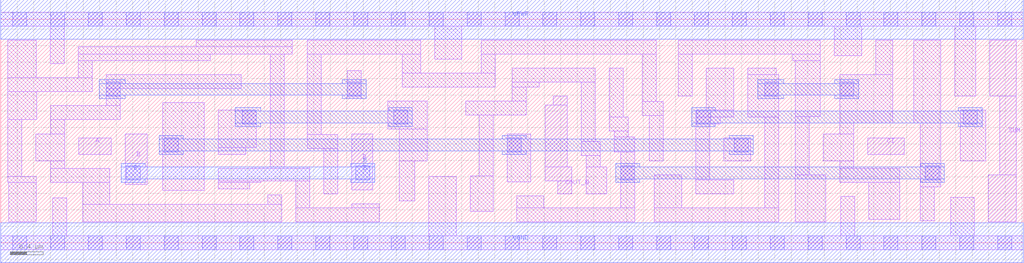
<source format=lef>
# Copyright 2020 The SkyWater PDK Authors
#
# Licensed under the Apache License, Version 2.0 (the "License");
# you may not use this file except in compliance with the License.
# You may obtain a copy of the License at
#
#     https://www.apache.org/licenses/LICENSE-2.0
#
# Unless required by applicable law or agreed to in writing, software
# distributed under the License is distributed on an "AS IS" BASIS,
# WITHOUT WARRANTIES OR CONDITIONS OF ANY KIND, either express or implied.
# See the License for the specific language governing permissions and
# limitations under the License.
#
# SPDX-License-Identifier: Apache-2.0

VERSION 5.7 ;
  NAMESCASESENSITIVE ON ;
  NOWIREEXTENSIONATPIN ON ;
  DIVIDERCHAR "/" ;
  BUSBITCHARS "[]" ;
UNITS
  DATABASE MICRONS 200 ;
END UNITS
MACRO sky130_fd_sc_hd__fahcon_1
  CLASS CORE ;
  SOURCE USER ;
  FOREIGN sky130_fd_sc_hd__fahcon_1 ;
  ORIGIN  0.000000  0.000000 ;
  SIZE  12.42000 BY  2.720000 ;
  SYMMETRY X Y R90 ;
  SITE unithd ;
  PIN A
    ANTENNAGATEAREA  0.247500 ;
    DIRECTION INPUT ;
    USE SIGNAL ;
    PORT
      LAYER li1 ;
        RECT 0.950000 1.075000 1.340000 1.275000 ;
    END
  END A
  PIN B
    ANTENNAGATEAREA  0.937500 ;
    DIRECTION INPUT ;
    USE SIGNAL ;
    PORT
      LAYER li1 ;
        RECT 1.510000 0.710000 1.780000 1.325000 ;
      LAYER mcon ;
        RECT 1.525000 0.765000 1.695000 0.935000 ;
    END
    PORT
      LAYER li1 ;
        RECT 4.265000 0.645000 4.515000 1.325000 ;
      LAYER mcon ;
        RECT 4.310000 0.765000 4.480000 0.935000 ;
    END
    PORT
      LAYER met1 ;
        RECT 1.465000 0.735000 1.755000 0.780000 ;
        RECT 1.465000 0.780000 4.540000 0.920000 ;
        RECT 1.465000 0.920000 1.755000 0.965000 ;
        RECT 4.250000 0.735000 4.540000 0.780000 ;
        RECT 4.250000 0.920000 4.540000 0.965000 ;
    END
  END B
  PIN CI
    ANTENNAGATEAREA  0.493500 ;
    DIRECTION INPUT ;
    USE SIGNAL ;
    PORT
      LAYER li1 ;
        RECT 10.530000 1.075000 10.975000 1.275000 ;
    END
  END CI
  PIN COUT_N
    ANTENNADIFFAREA  0.402800 ;
    DIRECTION OUTPUT ;
    USE SIGNAL ;
    PORT
      LAYER li1 ;
        RECT 6.610000 0.755000 6.935000 0.925000 ;
        RECT 6.610000 0.925000 6.880000 1.675000 ;
        RECT 6.710000 1.675000 6.880000 1.785000 ;
        RECT 6.765000 0.595000 6.935000 0.755000 ;
    END
  END COUT_N
  PIN SUM
    ANTENNADIFFAREA  0.463750 ;
    DIRECTION OUTPUT ;
    USE SIGNAL ;
    PORT
      LAYER li1 ;
        RECT 11.995000 0.255000 12.335000 0.825000 ;
        RECT 12.010000 1.785000 12.335000 2.465000 ;
        RECT 12.135000 0.825000 12.335000 1.785000 ;
    END
  END SUM
  PIN VGND
    DIRECTION INOUT ;
    SHAPE ABUTMENT ;
    USE GROUND ;
    PORT
      LAYER met1 ;
        RECT 0.000000 -0.240000 12.420000 0.240000 ;
    END
  END VGND
  PIN VPWR
    DIRECTION INOUT ;
    SHAPE ABUTMENT ;
    USE POWER ;
    PORT
      LAYER met1 ;
        RECT 0.000000 2.480000 12.420000 2.960000 ;
    END
  END VPWR
  OBS
    LAYER li1 ;
      RECT  0.000000 -0.085000 12.420000 0.085000 ;
      RECT  0.000000  2.635000 12.420000 2.805000 ;
      RECT  0.085000  0.735000  0.430000 0.805000 ;
      RECT  0.085000  0.805000  0.255000 1.500000 ;
      RECT  0.085000  1.500000  0.440000 1.840000 ;
      RECT  0.085000  1.840000  1.110000 2.010000 ;
      RECT  0.085000  2.010000  0.430000 2.465000 ;
      RECT  0.100000  0.255000  0.430000 0.735000 ;
      RECT  0.425000  0.995000  0.780000 1.325000 ;
      RECT  0.600000  2.180000  0.770000 2.635000 ;
      RECT  0.610000  0.735000  1.325000 0.905000 ;
      RECT  0.610000  0.905000  0.780000 0.995000 ;
      RECT  0.610000  1.325000  0.780000 1.500000 ;
      RECT  0.610000  1.500000  1.450000 1.670000 ;
      RECT  0.630000  0.085000  0.800000 0.545000 ;
      RECT  0.940000  2.010000  1.110000 2.215000 ;
      RECT  0.940000  2.215000  2.545000 2.295000 ;
      RECT  0.940000  2.295000  3.540000 2.385000 ;
      RECT  0.995000  0.255000  3.410000 0.465000 ;
      RECT  0.995000  0.465000  1.325000 0.735000 ;
      RECT  1.280000  1.670000  1.450000 1.875000 ;
      RECT  1.280000  1.875000  2.920000 2.045000 ;
      RECT  1.965000  0.635000  2.470000 1.705000 ;
      RECT  2.375000  2.385000  3.540000 2.465000 ;
      RECT  2.640000  0.655000  3.025000 0.735000 ;
      RECT  2.640000  0.735000  3.160000 0.755000 ;
      RECT  2.640000  0.755000  3.750000 0.905000 ;
      RECT  2.640000  1.075000  2.975000 1.160000 ;
      RECT  2.640000  1.160000  3.100000 1.615000 ;
      RECT  3.055000  0.905000  3.750000 0.925000 ;
      RECT  3.240000  0.465000  3.410000 0.585000 ;
      RECT  3.270000  0.925000  3.440000 2.295000 ;
      RECT  3.580000  0.255000  4.595000 0.425000 ;
      RECT  3.580000  0.425000  3.750000 0.755000 ;
      RECT  3.725000  1.150000  4.095000 1.320000 ;
      RECT  3.725000  1.320000  3.895000 2.295000 ;
      RECT  3.725000  2.295000  5.100000 2.465000 ;
      RECT  3.925000  0.595000  4.095000 1.150000 ;
      RECT  4.210000  1.755000  4.380000 2.095000 ;
      RECT  4.265000  0.425000  4.595000 0.475000 ;
      RECT  4.700000  1.385000  5.180000 1.725000 ;
      RECT  4.840000  0.510000  5.030000 0.995000 ;
      RECT  4.840000  0.995000  5.180000 1.385000 ;
      RECT  4.875000  1.895000  6.005000 2.065000 ;
      RECT  4.875000  2.065000  5.100000 2.295000 ;
      RECT  5.200000  0.085000  5.530000 0.805000 ;
      RECT  5.270000  2.235000  5.600000 2.635000 ;
      RECT  5.645000  1.555000  6.380000 1.725000 ;
      RECT  5.700000  0.380000  5.980000 0.815000 ;
      RECT  5.810000  0.815000  5.980000 1.555000 ;
      RECT  5.835000  2.065000  6.005000 2.295000 ;
      RECT  5.835000  2.295000  7.960000 2.465000 ;
      RECT  6.150000  0.740000  6.435000 1.325000 ;
      RECT  6.210000  1.725000  6.380000 1.895000 ;
      RECT  6.210000  1.895000  6.540000 1.955000 ;
      RECT  6.210000  1.955000  7.220000 2.125000 ;
      RECT  6.265000  0.255000  7.700000 0.425000 ;
      RECT  6.265000  0.425000  6.595000 0.570000 ;
      RECT  7.050000  1.060000  7.280000 1.230000 ;
      RECT  7.050000  1.230000  7.220000 1.955000 ;
      RECT  7.110000  0.595000  7.360000 0.925000 ;
      RECT  7.110000  0.925000  7.280000 1.060000 ;
      RECT  7.390000  1.360000  7.620000 1.530000 ;
      RECT  7.390000  1.530000  7.560000 2.125000 ;
      RECT  7.450000  1.105000  7.700000 1.290000 ;
      RECT  7.450000  1.290000  7.620000 1.360000 ;
      RECT  7.530000  0.425000  7.700000 1.105000 ;
      RECT  7.790000  1.550000  8.045000 1.720000 ;
      RECT  7.790000  1.720000  7.960000 2.295000 ;
      RECT  7.875000  0.995000  8.045000 1.550000 ;
      RECT  7.935000  0.255000  9.450000 0.425000 ;
      RECT  7.935000  0.425000  8.270000 0.825000 ;
      RECT  8.230000  1.785000  8.400000 2.295000 ;
      RECT  8.230000  2.295000  9.950000 2.465000 ;
      RECT  8.440000  0.595000  8.900000 0.765000 ;
      RECT  8.440000  0.765000  8.610000 1.445000 ;
      RECT  8.440000  1.445000  8.740000 1.530000 ;
      RECT  8.440000  1.530000  8.900000 1.615000 ;
      RECT  8.570000  1.615000  8.900000 2.125000 ;
      RECT  8.780000  0.995000  9.110000 1.275000 ;
      RECT  9.070000  1.530000  9.450000 2.045000 ;
      RECT  9.070000  2.045000  9.420000 2.125000 ;
      RECT  9.280000  0.425000  9.450000 1.530000 ;
      RECT  9.620000  2.215000  9.950000 2.295000 ;
      RECT  9.650000  0.255000 10.020000 0.825000 ;
      RECT  9.650000  0.825000  9.820000 1.535000 ;
      RECT  9.650000  1.535000  9.950000 2.215000 ;
      RECT  9.990000  0.995000 10.360000 1.325000 ;
      RECT 10.120000  2.275000 10.455000 2.635000 ;
      RECT 10.190000  0.735000 10.920000 0.905000 ;
      RECT 10.190000  0.905000 10.360000 0.995000 ;
      RECT 10.190000  1.325000 10.360000 1.455000 ;
      RECT 10.190000  1.455000 10.835000 2.045000 ;
      RECT 10.200000  0.085000 10.370000 0.565000 ;
      RECT 10.540000  0.285000 10.920000 0.735000 ;
      RECT 10.625000  2.045000 10.835000 2.465000 ;
      RECT 11.085000  1.455000 11.415000 2.465000 ;
      RECT 11.165000  0.270000 11.335000 0.680000 ;
      RECT 11.165000  0.680000 11.415000 1.455000 ;
      RECT 11.535000  0.085000 11.825000 0.555000 ;
      RECT 11.585000  1.785000 11.840000 2.635000 ;
      RECT 11.655000  0.995000 11.965000 1.615000 ;
    LAYER mcon ;
      RECT  0.145000 -0.085000  0.315000 0.085000 ;
      RECT  0.145000  2.635000  0.315000 2.805000 ;
      RECT  0.605000 -0.085000  0.775000 0.085000 ;
      RECT  0.605000  2.635000  0.775000 2.805000 ;
      RECT  1.065000 -0.085000  1.235000 0.085000 ;
      RECT  1.065000  2.635000  1.235000 2.805000 ;
      RECT  1.280000  1.785000  1.450000 1.955000 ;
      RECT  1.525000 -0.085000  1.695000 0.085000 ;
      RECT  1.525000  2.635000  1.695000 2.805000 ;
      RECT  1.985000 -0.085000  2.155000 0.085000 ;
      RECT  1.985000  1.105000  2.155000 1.275000 ;
      RECT  1.985000  2.635000  2.155000 2.805000 ;
      RECT  2.445000 -0.085000  2.615000 0.085000 ;
      RECT  2.445000  2.635000  2.615000 2.805000 ;
      RECT  2.905000 -0.085000  3.075000 0.085000 ;
      RECT  2.905000  2.635000  3.075000 2.805000 ;
      RECT  2.930000  1.445000  3.100000 1.615000 ;
      RECT  3.365000 -0.085000  3.535000 0.085000 ;
      RECT  3.365000  2.635000  3.535000 2.805000 ;
      RECT  3.825000 -0.085000  3.995000 0.085000 ;
      RECT  3.825000  2.635000  3.995000 2.805000 ;
      RECT  4.210000  1.785000  4.380000 1.955000 ;
      RECT  4.285000 -0.085000  4.455000 0.085000 ;
      RECT  4.285000  2.635000  4.455000 2.805000 ;
      RECT  4.745000 -0.085000  4.915000 0.085000 ;
      RECT  4.745000  2.635000  4.915000 2.805000 ;
      RECT  4.770000  1.445000  4.940000 1.615000 ;
      RECT  5.205000 -0.085000  5.375000 0.085000 ;
      RECT  5.205000  2.635000  5.375000 2.805000 ;
      RECT  5.665000 -0.085000  5.835000 0.085000 ;
      RECT  5.665000  2.635000  5.835000 2.805000 ;
      RECT  6.125000 -0.085000  6.295000 0.085000 ;
      RECT  6.125000  2.635000  6.295000 2.805000 ;
      RECT  6.150000  1.105000  6.320000 1.275000 ;
      RECT  6.585000 -0.085000  6.755000 0.085000 ;
      RECT  6.585000  2.635000  6.755000 2.805000 ;
      RECT  7.045000 -0.085000  7.215000 0.085000 ;
      RECT  7.045000  2.635000  7.215000 2.805000 ;
      RECT  7.505000 -0.085000  7.675000 0.085000 ;
      RECT  7.505000  2.635000  7.675000 2.805000 ;
      RECT  7.530000  0.765000  7.700000 0.935000 ;
      RECT  7.965000 -0.085000  8.135000 0.085000 ;
      RECT  7.965000  2.635000  8.135000 2.805000 ;
      RECT  8.425000 -0.085000  8.595000 0.085000 ;
      RECT  8.425000  2.635000  8.595000 2.805000 ;
      RECT  8.450000  1.445000  8.620000 1.615000 ;
      RECT  8.885000 -0.085000  9.055000 0.085000 ;
      RECT  8.885000  2.635000  9.055000 2.805000 ;
      RECT  8.910000  1.105000  9.080000 1.275000 ;
      RECT  9.280000  1.785000  9.450000 1.955000 ;
      RECT  9.345000 -0.085000  9.515000 0.085000 ;
      RECT  9.345000  2.635000  9.515000 2.805000 ;
      RECT  9.805000 -0.085000  9.975000 0.085000 ;
      RECT  9.805000  2.635000  9.975000 2.805000 ;
      RECT 10.190000  1.785000 10.360000 1.955000 ;
      RECT 10.265000 -0.085000 10.435000 0.085000 ;
      RECT 10.265000  2.635000 10.435000 2.805000 ;
      RECT 10.725000 -0.085000 10.895000 0.085000 ;
      RECT 10.725000  2.635000 10.895000 2.805000 ;
      RECT 11.185000 -0.085000 11.355000 0.085000 ;
      RECT 11.185000  2.635000 11.355000 2.805000 ;
      RECT 11.230000  0.765000 11.400000 0.935000 ;
      RECT 11.645000 -0.085000 11.815000 0.085000 ;
      RECT 11.645000  2.635000 11.815000 2.805000 ;
      RECT 11.690000  1.445000 11.860000 1.615000 ;
      RECT 12.105000 -0.085000 12.275000 0.085000 ;
      RECT 12.105000  2.635000 12.275000 2.805000 ;
    LAYER met1 ;
      RECT  1.195000 1.755000  1.510000 1.800000 ;
      RECT  1.195000 1.800000  4.440000 1.940000 ;
      RECT  1.195000 1.940000  1.510000 1.985000 ;
      RECT  1.925000 1.075000  2.215000 1.120000 ;
      RECT  1.925000 1.120000  9.140000 1.260000 ;
      RECT  1.925000 1.260000  2.215000 1.305000 ;
      RECT  2.845000 1.415000  3.160000 1.460000 ;
      RECT  2.845000 1.460000  5.000000 1.600000 ;
      RECT  2.845000 1.600000  3.160000 1.645000 ;
      RECT  4.150000 1.755000  4.440000 1.800000 ;
      RECT  4.150000 1.940000  4.440000 1.985000 ;
      RECT  4.710000 1.415000  5.000000 1.460000 ;
      RECT  4.710000 1.600000  5.000000 1.645000 ;
      RECT  6.090000 1.075000  6.380000 1.120000 ;
      RECT  6.090000 1.260000  6.380000 1.305000 ;
      RECT  7.470000 0.735000  7.760000 0.780000 ;
      RECT  7.470000 0.780000 11.460000 0.920000 ;
      RECT  7.470000 0.920000  7.760000 0.965000 ;
      RECT  8.390000 1.415000  8.680000 1.460000 ;
      RECT  8.390000 1.460000 11.920000 1.600000 ;
      RECT  8.390000 1.600000  8.680000 1.645000 ;
      RECT  8.850000 1.075000  9.140000 1.120000 ;
      RECT  8.850000 1.260000  9.140000 1.305000 ;
      RECT  9.195000 1.755000  9.510000 1.800000 ;
      RECT  9.195000 1.800000 10.420000 1.940000 ;
      RECT  9.195000 1.940000  9.510000 1.985000 ;
      RECT 10.130000 1.755000 10.420000 1.800000 ;
      RECT 10.130000 1.940000 10.420000 1.985000 ;
      RECT 11.170000 0.735000 11.460000 0.780000 ;
      RECT 11.170000 0.920000 11.460000 0.965000 ;
      RECT 11.630000 1.415000 11.920000 1.460000 ;
      RECT 11.630000 1.600000 11.920000 1.645000 ;
  END
END sky130_fd_sc_hd__fahcon_1
END LIBRARY

</source>
